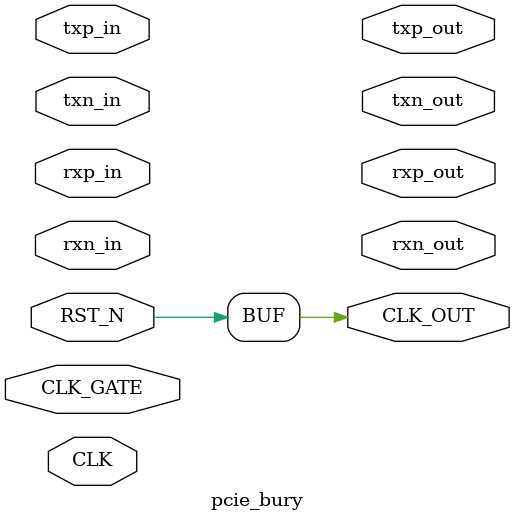
<source format=v>
module pcie_bury(CLK, 
                 RST_N,
		 CLK_OUT,
		 CLK_GATE,
                 rxp_in,
		 rxn_in,
                 txp_in,
                 txn_in,
                 rxp_out,
		 rxn_out,
                 txp_out,
                 txn_out);
   input CLK;
   input RST_N;
   output CLK_OUT;
   input CLK_GATE;
   (* S = "TRUE" *)
   input rxp_in;
   (* S = "TRUE" *)
   input rxn_in;
   (* S = "TRUE" *)
   input txp_in;
   (* S = "TRUE" *)
   input txn_in;
   (* S = "TRUE" *)
   output rxp_out; 
   (* S = "TRUE" *)  
   output rxn_out; 
   (* S = "TRUE" *) 
   output txp_out; 
   (* S = "TRUE" *)  
   output txn_out;
   
   
   assign CLK_OUT = RST_N;  // Do something to make xst happy
   //assign rxp_out = rxp_in;  // Do something to make xst happy
   //assign rxn_out = rxn_in;
   //assign txp_out = txp_in;
   //assign txn_out = txn_in;
   
endmodule
</source>
